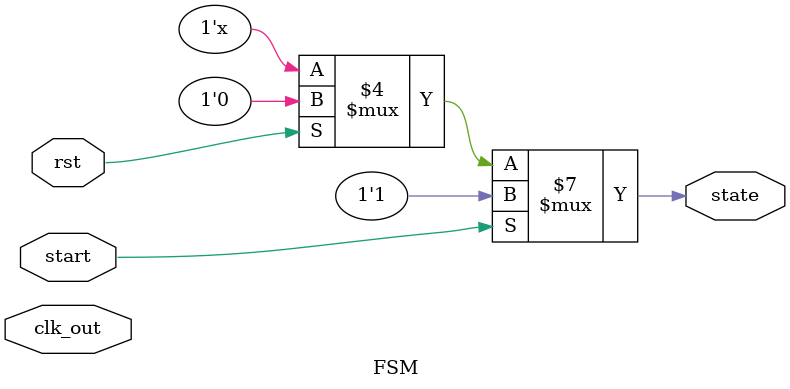
<source format=v>
`timescale 1ns / 1ps


module FSM(
    input start, rst,clk_out,
    output reg state
    );
    always @(clk_out) begin
        if(start == 1) begin
            state <= 1;
        end
        else if(rst == 1) begin
            state <= 0;
        end
    end
endmodule

</source>
